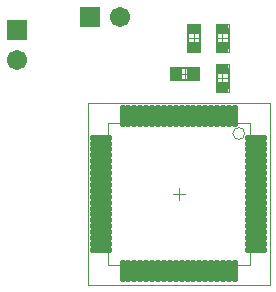
<source format=gts>
G04 Layer_Color=8388736*
%FSLAX25Y25*%
%MOIN*%
G70*
G01*
G75*
%ADD16C,0.00394*%
%ADD17C,0.00197*%
%ADD24R,0.04343X0.03556*%
%ADD25O,0.07690X0.01981*%
%ADD26O,0.01981X0.07690*%
%ADD27R,0.03950X0.04343*%
%ADD28C,0.06706*%
%ADD29R,0.06706X0.06706*%
%ADD30R,0.06706X0.06706*%
D16*
X191547Y89531D02*
G03*
X191547Y89531I-1969J0D01*
G01*
X176370Y118106D02*
Y124799D01*
X172630Y118106D02*
Y124799D01*
X176370D01*
X172630Y118106D02*
X176370D01*
X145878Y45831D02*
Y93075D01*
X193122Y45831D02*
Y93075D01*
X145878Y45831D02*
X193122D01*
X145878Y93075D02*
X193122D01*
X168055Y107583D02*
X174945D01*
X168055Y111323D02*
X174945D01*
Y107583D02*
Y111323D01*
X168055Y107583D02*
Y111323D01*
X182130Y118106D02*
Y124799D01*
X185870Y118106D02*
Y124799D01*
X182130Y118106D02*
X185870D01*
X182130Y124799D02*
X185870D01*
X185870Y104606D02*
Y111299D01*
X182130Y104606D02*
Y111299D01*
X185870D01*
X182130Y104606D02*
X185870D01*
X172630Y121453D02*
X176370D01*
X174500Y119583D02*
Y123323D01*
X176665Y116728D02*
Y126177D01*
X172335Y116728D02*
Y126177D01*
X176665D01*
X172335Y116728D02*
X176665D01*
X167532Y69453D02*
X171469D01*
X169500Y67484D02*
Y71421D01*
X171500Y107583D02*
Y111323D01*
X169630Y109453D02*
X173370D01*
X166776Y107287D02*
X176225D01*
X166776Y111618D02*
X176225D01*
Y107287D02*
Y111618D01*
X166776Y107287D02*
Y111618D01*
X182130Y121453D02*
X185870D01*
X184000Y119583D02*
Y123323D01*
X181835Y116728D02*
Y126177D01*
X186165Y116728D02*
Y126177D01*
X181835Y116728D02*
X186165D01*
X181835Y126177D02*
X186165D01*
X182130Y107953D02*
X185870D01*
X184000Y106083D02*
Y109823D01*
X186165Y103228D02*
Y112677D01*
X181835Y103228D02*
Y112677D01*
X186165D01*
X181835Y103228D02*
X186165D01*
D17*
X139185Y39138D02*
Y99768D01*
X199815Y39138D02*
Y99768D01*
X139185Y39138D02*
X199815D01*
X139185Y99768D02*
X199815D01*
D24*
X174500Y124406D02*
D03*
Y118500D02*
D03*
X184000Y118500D02*
D03*
Y124406D02*
D03*
X184000Y110906D02*
D03*
Y105000D02*
D03*
D25*
X195386Y88154D02*
D03*
Y86185D02*
D03*
Y84217D02*
D03*
Y82248D02*
D03*
Y80280D02*
D03*
Y78311D02*
D03*
Y76343D02*
D03*
Y74374D02*
D03*
Y72406D02*
D03*
Y70437D02*
D03*
Y68469D02*
D03*
Y66500D02*
D03*
Y64531D02*
D03*
Y62563D02*
D03*
Y60594D02*
D03*
Y58626D02*
D03*
Y56657D02*
D03*
Y54689D02*
D03*
Y52720D02*
D03*
Y50752D02*
D03*
X143614D02*
D03*
Y52720D02*
D03*
Y54689D02*
D03*
Y56657D02*
D03*
Y58626D02*
D03*
Y60594D02*
D03*
Y62563D02*
D03*
Y64531D02*
D03*
Y66500D02*
D03*
Y68469D02*
D03*
Y70437D02*
D03*
Y72406D02*
D03*
Y74374D02*
D03*
Y76343D02*
D03*
Y78311D02*
D03*
Y80280D02*
D03*
Y82248D02*
D03*
Y84217D02*
D03*
Y86185D02*
D03*
Y88154D02*
D03*
D26*
X188201Y43567D02*
D03*
X186232D02*
D03*
X184264D02*
D03*
X182295D02*
D03*
X180327D02*
D03*
X178358D02*
D03*
X176390D02*
D03*
X174421D02*
D03*
X172453D02*
D03*
X170484D02*
D03*
X168516D02*
D03*
X166547D02*
D03*
X164579D02*
D03*
X162610D02*
D03*
X160642D02*
D03*
X158673D02*
D03*
X156705D02*
D03*
X154736D02*
D03*
X152768D02*
D03*
X150799D02*
D03*
Y95339D02*
D03*
X152768D02*
D03*
X154736D02*
D03*
X156705D02*
D03*
X158673D02*
D03*
X160642D02*
D03*
X162610D02*
D03*
X164579D02*
D03*
X166547D02*
D03*
X168516D02*
D03*
X170484D02*
D03*
X172453D02*
D03*
X174421D02*
D03*
X176390D02*
D03*
X178358D02*
D03*
X180327D02*
D03*
X182295D02*
D03*
X184264D02*
D03*
X186232D02*
D03*
X188201D02*
D03*
D27*
X174256Y109453D02*
D03*
X168744D02*
D03*
D28*
X115500Y114000D02*
D03*
X150000Y128500D02*
D03*
D29*
X115500Y124000D02*
D03*
D30*
X140000Y128500D02*
D03*
M02*

</source>
